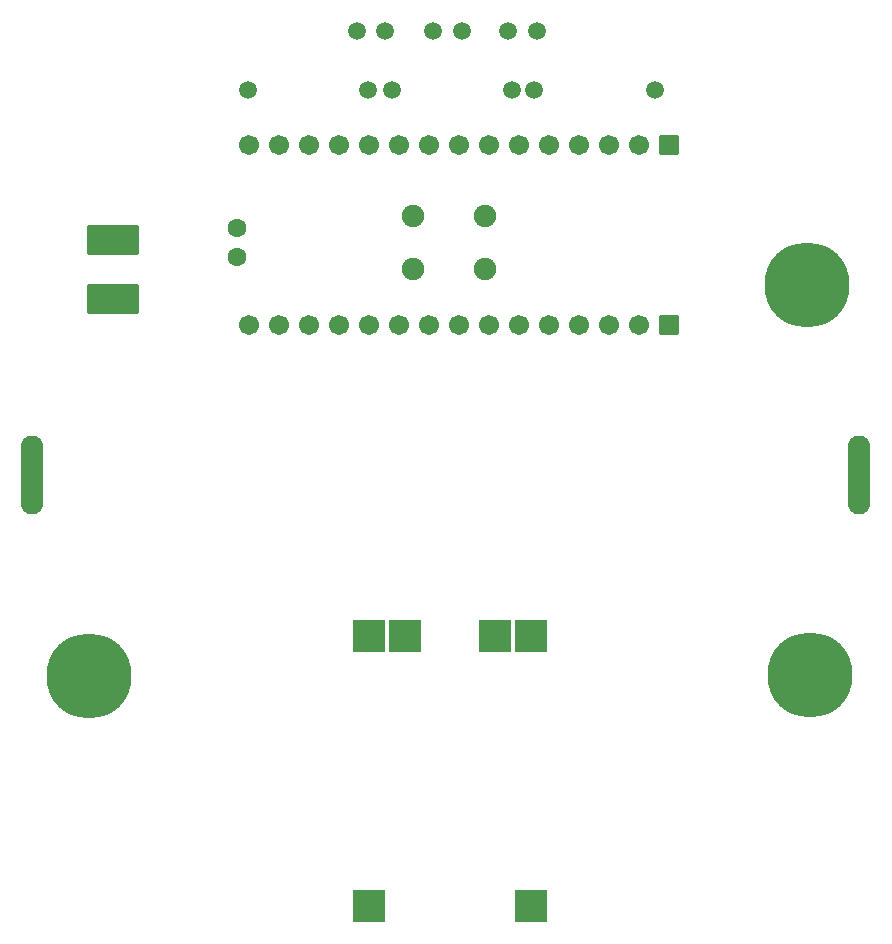
<source format=gts>
G04 Layer: TopSolderMaskLayer*
G04 EasyEDA v6.5.42, 2024-06-19 11:27:11*
G04 522c4fd81f94443e96934e03537c14a0,77e46d308c0345a887be20b164797668,10*
G04 Gerber Generator version 0.2*
G04 Scale: 100 percent, Rotated: No, Reflected: No *
G04 Dimensions in millimeters *
G04 leading zeros omitted , absolute positions ,4 integer and 5 decimal *
%FSLAX45Y45*%
%MOMM*%

%AMMACRO1*1,1,$1,$2,$3*1,1,$1,$4,$5*1,1,$1,0-$2,0-$3*1,1,$1,0-$4,0-$5*20,1,$1,$2,$3,$4,$5,0*20,1,$1,$4,$5,0-$2,0-$3,0*20,1,$1,0-$2,0-$3,0-$4,0-$5,0*20,1,$1,0-$4,0-$5,$2,$3,0*4,1,4,$2,$3,$4,$5,0-$2,0-$3,0-$4,0-$5,$2,$3,0*%
%ADD10C,7.2032*%
%ADD11MACRO1,0.1016X-2.1425X-1.19X2.1425X-1.19*%
%ADD12C,1.6000*%
%ADD13C,1.9016*%
%ADD14O,1.9015964X6.7015868*%
%ADD15MACRO1,0.1016X-0.8X0.8X0.8X0.8*%
%ADD16C,1.7016*%
%ADD17C,1.5016*%
%ADD18C,1.5016*%
%ADD19R,2.7032X2.7032*%

%LPD*%
D10*
G01*
X1028700Y1524000D03*
G01*
X7137400Y1536700D03*
G01*
X7112000Y4838700D03*
D11*
G01*
X1231900Y5214619D03*
G01*
X1231900Y4716780D03*
D12*
G01*
X2286000Y5074310D03*
G01*
X2286000Y5314289D03*
D13*
G01*
X3771696Y4969306D03*
G01*
X4381703Y4969306D03*
G01*
X3771696Y5419293D03*
G01*
X4381703Y5419293D03*
D14*
G01*
X7551293Y3225800D03*
G01*
X551306Y3225800D03*
D15*
G01*
X5943600Y6019800D03*
D16*
G01*
X5689600Y4495800D03*
G01*
X5181600Y4495800D03*
G01*
X4673600Y4495800D03*
G01*
X4165600Y4495800D03*
G01*
X3657600Y4495800D03*
G01*
X3149600Y4495800D03*
G01*
X2641600Y4495800D03*
G01*
X2387600Y6019800D03*
G01*
X2895600Y6019800D03*
G01*
X3403600Y6019800D03*
G01*
X3911600Y6019800D03*
G01*
X4419600Y6019800D03*
G01*
X4927600Y6019800D03*
G01*
X5435600Y6019800D03*
G01*
X5689600Y6019800D03*
G01*
X5181600Y6019800D03*
G01*
X4673600Y6019800D03*
G01*
X4165600Y6019800D03*
G01*
X3657600Y6019800D03*
G01*
X3149600Y6019800D03*
G01*
X2641600Y6019800D03*
G01*
X2387600Y4495800D03*
G01*
X2895600Y4495800D03*
G01*
X3403600Y4495800D03*
G01*
X3911600Y4495800D03*
G01*
X4419600Y4495800D03*
G01*
X4927600Y4495800D03*
G01*
X5435600Y4495800D03*
D15*
G01*
X5943600Y4495800D03*
D17*
G01*
X4798593Y6489700D03*
G01*
X5818606Y6489700D03*
G01*
X3592093Y6489700D03*
G01*
X4612106Y6489700D03*
G01*
X2372893Y6489700D03*
G01*
X3392906Y6489700D03*
D18*
G01*
X4578858Y6985000D03*
G01*
X4819141Y6985000D03*
G01*
X4184141Y6985000D03*
G01*
X3943858Y6985000D03*
G01*
X3536441Y6985000D03*
G01*
X3296158Y6985000D03*
D19*
G01*
X4470400Y1866900D03*
G01*
X3708400Y1866900D03*
G01*
X3403600Y1866900D03*
G01*
X4775200Y1866900D03*
G01*
X4775200Y-419100D03*
G01*
X3403600Y-419100D03*
M02*

</source>
